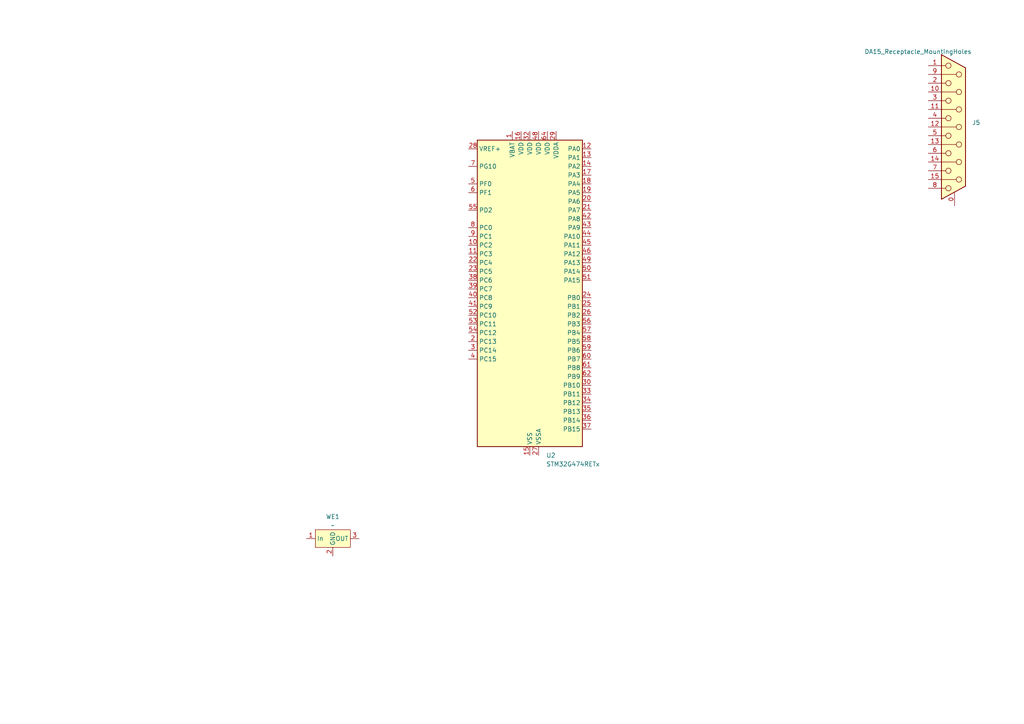
<source format=kicad_sch>
(kicad_sch (version 20231120) (generator "eeschema") (generator_version "8.0")
  (paper "A4")
  (lib_symbols
    (symbol "Connector:DA15_Receptacle_MountingHoles" (pin_names (offset 1.016) hide)
      (property "Reference" "J" (at 0 24.13 0))
      (property "Value" "DA15_Receptacle_MountingHoles" (at 0 22.225 0))
      (symbol "DA15_Receptacle_MountingHoles_0_1"
        (circle (center -1.778 -17.78) (radius 0.762))
        (circle (center -1.778 -12.7) (radius 0.762))
        (circle (center -1.778 -7.62) (radius 0.762))
        (circle (center -1.778 -2.54) (radius 0.762))
        (circle (center -1.778 2.54) (radius 0.762))
        (circle (center -1.778 7.62) (radius 0.762))
        (circle (center -1.778 12.7) (radius 0.762))
        (circle (center -1.778 17.78) (radius 0.762))
        (polyline (pts (xy -3.81 -17.78) (xy -2.54 -17.78)))
        (polyline (pts (xy -3.81 -15.24) (xy 0.508 -15.24)))
        (polyline (pts (xy -3.81 -12.7) (xy -2.54 -12.7)))
        (polyline (pts (xy -3.81 -10.16) (xy 0.508 -10.16)))
        (polyline (pts (xy -3.81 -7.62) (xy -2.54 -7.62)))
        (polyline (pts (xy -3.81 -5.08) (xy 0.508 -5.08)))
        (polyline (pts (xy -3.81 -2.54) (xy -2.54 -2.54)))
        (polyline (pts (xy -3.81 0) (xy 0.508 0)))
        (polyline (pts (xy -3.81 2.54) (xy -2.54 2.54)))
        (polyline (pts (xy -3.81 5.08) (xy 0.508 5.08)))
        (polyline (pts (xy -3.81 7.62) (xy -2.54 7.62)))
        (polyline (pts (xy -3.81 10.16) (xy 0.508 10.16)))
        (polyline (pts (xy -3.81 12.7) (xy -2.54 12.7)))
        (polyline (pts (xy -3.81 15.24) (xy 0.508 15.24)))
        (polyline (pts (xy -3.81 17.78) (xy -2.54 17.78)))
        (polyline (pts (xy -3.81 20.955) (xy 3.175 17.145) (xy 3.175 -17.145) (xy -3.81 -20.955) (xy -3.81 20.955)) (stroke (width 0.254)) (fill (type background)))
        (circle (center 1.27 -15.24) (radius 0.762))
        (circle (center 1.27 -10.16) (radius 0.762))
        (circle (center 1.27 -5.08) (radius 0.762))
        (circle (center 1.27 0) (radius 0.762))
        (circle (center 1.27 5.08) (radius 0.762))
        (circle (center 1.27 10.16) (radius 0.762))
        (circle (center 1.27 15.24) (radius 0.762))
      )
      (symbol "DA15_Receptacle_MountingHoles_1_1"
        (pin passive line (at 0 -22.86 90) (length 3.81) (name "PAD") (number "0"))
        (pin passive line (at -7.62 17.78 0) (length 3.81) (name "1") (number "1"))
        (pin passive line (at -7.62 10.16 0) (length 3.81) (name "P10") (number "10"))
        (pin passive line (at -7.62 5.08 0) (length 3.81) (name "P111") (number "11"))
        (pin passive line (at -7.62 0 0) (length 3.81) (name "P12") (number "12"))
        (pin passive line (at -7.62 -5.08 0) (length 3.81) (name "P13") (number "13"))
        (pin passive line (at -7.62 -10.16 0) (length 3.81) (name "P14") (number "14"))
        (pin passive line (at -7.62 -15.24 0) (length 3.81) (name "P15") (number "15"))
        (pin passive line (at -7.62 12.7 0) (length 3.81) (name "2") (number "2"))
        (pin passive line (at -7.62 7.62 0) (length 3.81) (name "3") (number "3"))
        (pin passive line (at -7.62 2.54 0) (length 3.81) (name "4") (number "4"))
        (pin passive line (at -7.62 -2.54 0) (length 3.81) (name "5") (number "5"))
        (pin passive line (at -7.62 -7.62 0) (length 3.81) (name "6") (number "6"))
        (pin passive line (at -7.62 -12.7 0) (length 3.81) (name "7") (number "7"))
        (pin passive line (at -7.62 -17.78 0) (length 3.81) (name "8") (number "8"))
        (pin passive line (at -7.62 15.24 0) (length 3.81) (name "P9") (number "9"))
      )
    )
    (symbol "MCU_ST_STM32G4:STM32G474RETx"
      (property "Reference" "U" (at -15.24 46.99 0))
      (property "Value" "STM32G474RETx" (at 10.16 46.99 0))
      (symbol "STM32G474RETx_0_1"
        (rectangle (start -15.24 -43.18) (end 15.24 45.72) (stroke (width 0.254)) (fill (type background)))
      )
      (symbol "STM32G474RETx_1_1"
        (pin power_in line (at -5.08 48.26 270) (length 2.54) (name "VBAT") (number "1"))
        (pin bidirectional line (at -17.78 15.24 0) (length 2.54) (name "PC2") (number "10"))
        (pin bidirectional line (at -17.78 12.7 0) (length 2.54) (name "PC3") (number "11"))
        (pin bidirectional line (at 17.78 43.18 180) (length 2.54) (name "PA0") (number "12"))
        (pin bidirectional line (at 17.78 40.64 180) (length 2.54) (name "PA1") (number "13"))
        (pin bidirectional line (at 17.78 38.1 180) (length 2.54) (name "PA2") (number "14"))
        (pin power_in line (at 0 -45.72 90) (length 2.54) (name "VSS") (number "15"))
        (pin power_in line (at -2.54 48.26 270) (length 2.54) (name "VDD") (number "16"))
        (pin bidirectional line (at 17.78 35.56 180) (length 2.54) (name "PA3") (number "17"))
        (pin bidirectional line (at 17.78 33.02 180) (length 2.54) (name "PA4") (number "18"))
        (pin bidirectional line (at 17.78 30.48 180) (length 2.54) (name "PA5") (number "19"))
        (pin bidirectional line (at -17.78 -12.7 0) (length 2.54) (name "PC13") (number "2"))
        (pin bidirectional line (at 17.78 27.94 180) (length 2.54) (name "PA6") (number "20"))
        (pin bidirectional line (at 17.78 25.4 180) (length 2.54) (name "PA7") (number "21"))
        (pin bidirectional line (at -17.78 10.16 0) (length 2.54) (name "PC4") (number "22"))
        (pin bidirectional line (at -17.78 7.62 0) (length 2.54) (name "PC5") (number "23"))
        (pin bidirectional line (at 17.78 0 180) (length 2.54) (name "PB0") (number "24"))
        (pin bidirectional line (at 17.78 -2.54 180) (length 2.54) (name "PB1") (number "25"))
        (pin bidirectional line (at 17.78 -5.08 180) (length 2.54) (name "PB2") (number "26"))
        (pin power_in line (at 2.54 -45.72 90) (length 2.54) (name "VSSA") (number "27"))
        (pin input line (at -17.78 43.18 0) (length 2.54) (name "VREF+") (number "28"))
        (pin power_in line (at 7.62 48.26 270) (length 2.54) (name "VDDA") (number "29"))
        (pin bidirectional line (at -17.78 -15.24 0) (length 2.54) (name "PC14") (number "3"))
        (pin bidirectional line (at 17.78 -25.4 180) (length 2.54) (name "PB10") (number "30"))
        (pin passive line (at 0 -45.72 90) (length 2.54) hide (name "VSS") (number "31"))
        (pin power_in line (at 0 48.26 270) (length 2.54) (name "VDD") (number "32"))
        (pin bidirectional line (at 17.78 -27.94 180) (length 2.54) (name "PB11") (number "33"))
        (pin bidirectional line (at 17.78 -30.48 180) (length 2.54) (name "PB12") (number "34"))
        (pin bidirectional line (at 17.78 -33.02 180) (length 2.54) (name "PB13") (number "35"))
        (pin bidirectional line (at 17.78 -35.56 180) (length 2.54) (name "PB14") (number "36"))
        (pin bidirectional line (at 17.78 -38.1 180) (length 2.54) (name "PB15") (number "37"))
        (pin bidirectional line (at -17.78 5.08 0) (length 2.54) (name "PC6") (number "38"))
        (pin bidirectional line (at -17.78 2.54 0) (length 2.54) (name "PC7") (number "39"))
        (pin bidirectional line (at -17.78 -17.78 0) (length 2.54) (name "PC15") (number "4"))
        (pin bidirectional line (at -17.78 0 0) (length 2.54) (name "PC8") (number "40"))
        (pin bidirectional line (at -17.78 -2.54 0) (length 2.54) (name "PC9") (number "41"))
        (pin bidirectional line (at 17.78 22.86 180) (length 2.54) (name "PA8") (number "42"))
        (pin bidirectional line (at 17.78 20.32 180) (length 2.54) (name "PA9") (number "43"))
        (pin bidirectional line (at 17.78 17.78 180) (length 2.54) (name "PA10") (number "44"))
        (pin bidirectional line (at 17.78 15.24 180) (length 2.54) (name "PA11") (number "45"))
        (pin bidirectional line (at 17.78 12.7 180) (length 2.54) (name "PA12") (number "46"))
        (pin passive line (at 0 -45.72 90) (length 2.54) hide (name "VSS") (number "47"))
        (pin power_in line (at 2.54 48.26 270) (length 2.54) (name "VDD") (number "48"))
        (pin bidirectional line (at 17.78 10.16 180) (length 2.54) (name "PA13") (number "49"))
        (pin bidirectional line (at -17.78 33.02 0) (length 2.54) (name "PF0") (number "5"))
        (pin bidirectional line (at 17.78 7.62 180) (length 2.54) (name "PA14") (number "50"))
        (pin bidirectional line (at 17.78 5.08 180) (length 2.54) (name "PA15") (number "51"))
        (pin bidirectional line (at -17.78 -5.08 0) (length 2.54) (name "PC10") (number "52"))
        (pin bidirectional line (at -17.78 -7.62 0) (length 2.54) (name "PC11") (number "53"))
        (pin bidirectional line (at -17.78 -10.16 0) (length 2.54) (name "PC12") (number "54"))
        (pin bidirectional line (at -17.78 25.4 0) (length 2.54) (name "PD2") (number "55"))
        (pin bidirectional line (at 17.78 -7.62 180) (length 2.54) (name "PB3") (number "56"))
        (pin bidirectional line (at 17.78 -10.16 180) (length 2.54) (name "PB4") (number "57"))
        (pin bidirectional line (at 17.78 -12.7 180) (length 2.54) (name "PB5") (number "58"))
        (pin bidirectional line (at 17.78 -15.24 180) (length 2.54) (name "PB6") (number "59"))
        (pin bidirectional line (at -17.78 30.48 0) (length 2.54) (name "PF1") (number "6"))
        (pin bidirectional line (at 17.78 -17.78 180) (length 2.54) (name "PB7") (number "60"))
        (pin bidirectional line (at 17.78 -20.32 180) (length 2.54) (name "PB8") (number "61"))
        (pin bidirectional line (at 17.78 -22.86 180) (length 2.54) (name "PB9") (number "62"))
        (pin passive line (at 0 -45.72 90) (length 2.54) hide (name "VSS") (number "63"))
        (pin power_in line (at 5.08 48.26 270) (length 2.54) (name "VDD") (number "64"))
        (pin bidirectional line (at -17.78 38.1 0) (length 2.54) (name "PG10") (number "7"))
        (pin bidirectional line (at -17.78 20.32 0) (length 2.54) (name "PC0") (number "8"))
        (pin bidirectional line (at -17.78 17.78 0) (length 2.54) (name "PC1") (number "9"))
      )
    )
    (symbol "test_1"
      (property "Reference" "WE173950336" (at 0.254 5.842 0))
      (symbol "test_1_1_1"
        (rectangle (start -5.08 2.54) (end 5.08 -2.54) (fill (type background)))
        (pin input line (at -7.62 0 0) (length 2.54) (name "In") (number "1"))
        (pin input line (at 0 -5.08 90) (length 2.54) (name "GND") (number "2"))
        (pin output line (at 7.62 0 180) (length 2.54) (name "OUT") (number "3"))
      )
    )
  )
  (symbol (lib_id "MCU_ST_STM32G4:STM32G474RETx") (at 153.67 86.36 0) (unit 1)
    (property "Reference" "U2" (at 158.4041 132.08 0) (effects (justify left)))
    (property "Value" "STM32G474RETx" (at 158.4041 134.62 0) (effects (justify left)))
    (property "Footprint" "Package_QFP:LQFP-64_10x10mm_P0.5mm" (effects (hide yes)))
    (property "Datasheet" "https://www.st.com/resource/en/datasheet/stm32g474re.pdf" (effects (hide yes)))
    (property "Description" "STMicroelectronics Arm Cortex-M4 MCU, 512KB flash, 128KB RAM, 170 MHz, 1.71-3.6V, 52 GPIO, LQFP64" (effects (hide yes)))
  )
  (symbol (lib_id "Connector:DA15_Receptacle_MountingHoles") (at 276.86 36.83 0) (unit 1)
    (property "Reference" "J5" (at 281.94 35.5599 0) (effects (justify left)))
    (property "Value" "DA15_Receptacle_MountingHoles" (at 250.698 14.986 0) (effects (justify left)))
    (property "Datasheet" " ~" (effects (hide yes)))
    (property "Description" "15-pin female receptacle socket D-SUB connector (low-density/2 columns), Mounting Hole" (effects (hide yes)))
  )
  (symbol (lib_name "test_1") (lib_id "New_Library:test") (at 96.52 156.21 0) (unit 1)
    (property "Reference" "WE1" (at 96.52 149.86 0))
    (property "Value" "~" (at 96.52 152.4 0))
    (property "Footprint" "Library:test" (effects (hide yes)))
    (property "Description" "Maximum Input 36V, 500mA, Fixed Output 3.3V" (effects (hide yes)))
  )
)
</source>
